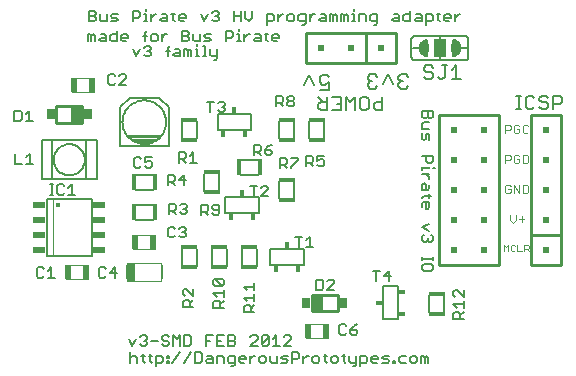
<source format=gto>
G75*
G70*
%OFA0B0*%
%FSLAX24Y24*%
%IPPOS*%
%LPD*%
%AMOC8*
5,1,8,0,0,1.08239X$1,22.5*
%
%ADD10C,0.0030*%
%ADD11C,0.0040*%
%ADD12C,0.0050*%
%ADD13C,0.0080*%
%ADD14C,0.0060*%
%ADD15R,0.0560X0.0140*%
%ADD16R,0.0140X0.0560*%
%ADD17R,0.0433X0.0193*%
%ADD18C,0.0070*%
%ADD19C,0.0020*%
%ADD20C,0.0177*%
%ADD21R,0.0079X0.0472*%
%ADD22R,0.0256X0.0591*%
%ADD23R,0.0197X0.0512*%
%ADD24C,0.0100*%
%ADD25R,0.0200X0.0200*%
%ADD26R,0.0295X0.0335*%
%ADD27R,0.0354X0.0531*%
%ADD28R,0.0400X0.0600*%
%ADD29R,0.0230X0.0180*%
%ADD30R,0.0180X0.0230*%
D10*
X021379Y007472D02*
X021379Y007692D01*
X021452Y007618D01*
X021526Y007692D01*
X021526Y007472D01*
X021609Y007508D02*
X021646Y007472D01*
X021719Y007472D01*
X021756Y007508D01*
X021839Y007472D02*
X021986Y007472D01*
X022070Y007472D02*
X022070Y007692D01*
X022180Y007692D01*
X022216Y007655D01*
X022216Y007582D01*
X022180Y007545D01*
X022070Y007545D01*
X022143Y007545D02*
X022216Y007472D01*
X021839Y007472D02*
X021839Y007692D01*
X021756Y007655D02*
X021719Y007692D01*
X021646Y007692D01*
X021609Y007655D01*
X021609Y007508D01*
D11*
X021684Y008407D02*
X021777Y008500D01*
X021777Y008687D01*
X021885Y008547D02*
X022072Y008547D01*
X021979Y008640D02*
X021979Y008453D01*
X021684Y008407D02*
X021591Y008500D01*
X021591Y008687D01*
X021561Y009407D02*
X021608Y009453D01*
X021608Y009547D01*
X021514Y009547D01*
X021421Y009640D02*
X021421Y009453D01*
X021468Y009407D01*
X021561Y009407D01*
X021716Y009407D02*
X021716Y009687D01*
X021902Y009407D01*
X021902Y009687D01*
X022010Y009687D02*
X022150Y009687D01*
X022197Y009640D01*
X022197Y009453D01*
X022150Y009407D01*
X022010Y009407D01*
X022010Y009687D01*
X021608Y009640D02*
X021561Y009687D01*
X021468Y009687D01*
X021421Y009640D01*
X021421Y010407D02*
X021421Y010687D01*
X021561Y010687D01*
X021608Y010640D01*
X021608Y010547D01*
X021561Y010500D01*
X021421Y010500D01*
X021716Y010453D02*
X021716Y010640D01*
X021762Y010687D01*
X021856Y010687D01*
X021902Y010640D01*
X021902Y010547D02*
X021809Y010547D01*
X021902Y010547D02*
X021902Y010453D01*
X021856Y010407D01*
X021762Y010407D01*
X021716Y010453D01*
X022010Y010407D02*
X022010Y010687D01*
X022150Y010687D01*
X022197Y010640D01*
X022197Y010453D01*
X022150Y010407D01*
X022010Y010407D01*
X022057Y011407D02*
X022150Y011407D01*
X022197Y011453D01*
X022057Y011407D02*
X022010Y011453D01*
X022010Y011640D01*
X022057Y011687D01*
X022150Y011687D01*
X022197Y011640D01*
X021902Y011640D02*
X021856Y011687D01*
X021762Y011687D01*
X021716Y011640D01*
X021716Y011453D01*
X021762Y011407D01*
X021856Y011407D01*
X021902Y011453D01*
X021902Y011547D01*
X021809Y011547D01*
X021608Y011547D02*
X021608Y011640D01*
X021561Y011687D01*
X021421Y011687D01*
X021421Y011407D01*
X021421Y011500D02*
X021561Y011500D01*
X021608Y011547D01*
X015528Y005051D02*
X014800Y005051D01*
X014800Y004578D02*
X015528Y004578D01*
X009971Y006474D02*
X008830Y006474D01*
X008830Y007064D01*
X009971Y007064D01*
X009971Y006474D01*
X009765Y007533D02*
X009036Y007533D01*
X009036Y008005D02*
X009765Y008005D01*
X007515Y007005D02*
X006786Y007005D01*
X006786Y006533D02*
X007515Y006533D01*
X007711Y012783D02*
X006983Y012783D01*
X006983Y013255D02*
X007711Y013255D01*
D12*
X008928Y004101D02*
X008928Y003751D01*
X008928Y003926D02*
X008986Y003984D01*
X009103Y003984D01*
X009161Y003926D01*
X009161Y003751D01*
X009354Y003809D02*
X009354Y004042D01*
X009296Y003984D02*
X009413Y003984D01*
X009541Y003984D02*
X009658Y003984D01*
X009600Y004042D02*
X009600Y003809D01*
X009658Y003751D01*
X009787Y003751D02*
X009962Y003751D01*
X010021Y003809D01*
X010021Y003926D01*
X009962Y003984D01*
X009787Y003984D01*
X009787Y003634D01*
X010155Y003751D02*
X010155Y003809D01*
X010214Y003809D01*
X010214Y003751D01*
X010155Y003751D01*
X010155Y003926D02*
X010155Y003984D01*
X010214Y003984D01*
X010214Y003926D01*
X010155Y003926D01*
X010339Y003751D02*
X010573Y004101D01*
X010594Y004313D02*
X010594Y004663D01*
X010478Y004546D01*
X010361Y004663D01*
X010361Y004313D01*
X010226Y004371D02*
X010226Y004430D01*
X010168Y004488D01*
X010051Y004488D01*
X009993Y004546D01*
X009993Y004605D01*
X010051Y004663D01*
X010168Y004663D01*
X010226Y004605D01*
X009858Y004488D02*
X009624Y004488D01*
X009489Y004430D02*
X009489Y004371D01*
X009431Y004313D01*
X009314Y004313D01*
X009256Y004371D01*
X009373Y004488D02*
X009431Y004488D01*
X009489Y004430D01*
X009431Y004488D02*
X009489Y004546D01*
X009489Y004605D01*
X009431Y004663D01*
X009314Y004663D01*
X009256Y004605D01*
X009121Y004546D02*
X009004Y004313D01*
X008888Y004546D01*
X009354Y003809D02*
X009413Y003751D01*
X009993Y004371D02*
X010051Y004313D01*
X010168Y004313D01*
X010226Y004371D01*
X010729Y004313D02*
X010729Y004663D01*
X010904Y004663D01*
X010963Y004605D01*
X010963Y004371D01*
X010904Y004313D01*
X010729Y004313D01*
X010941Y004101D02*
X010708Y003751D01*
X011076Y003751D02*
X011251Y003751D01*
X011310Y003809D01*
X011310Y004042D01*
X011251Y004101D01*
X011076Y004101D01*
X011076Y003751D01*
X011444Y003809D02*
X011503Y003867D01*
X011678Y003867D01*
X011678Y003926D02*
X011678Y003751D01*
X011503Y003751D01*
X011444Y003809D01*
X011503Y003984D02*
X011619Y003984D01*
X011678Y003926D01*
X011813Y003984D02*
X011988Y003984D01*
X012046Y003926D01*
X012046Y003751D01*
X012181Y003809D02*
X012239Y003751D01*
X012414Y003751D01*
X012414Y003692D02*
X012414Y003984D01*
X012239Y003984D01*
X012181Y003926D01*
X012181Y003809D01*
X012298Y003634D02*
X012356Y003634D01*
X012414Y003692D01*
X012549Y003809D02*
X012549Y003926D01*
X012608Y003984D01*
X012724Y003984D01*
X012783Y003926D01*
X012783Y003867D01*
X012549Y003867D01*
X012549Y003809D02*
X012608Y003751D01*
X012724Y003751D01*
X012918Y003751D02*
X012918Y003984D01*
X013034Y003984D02*
X012918Y003867D01*
X013034Y003984D02*
X013093Y003984D01*
X013224Y003926D02*
X013224Y003809D01*
X013283Y003751D01*
X013400Y003751D01*
X013458Y003809D01*
X013458Y003926D01*
X013400Y003984D01*
X013283Y003984D01*
X013224Y003926D01*
X013593Y003984D02*
X013593Y003809D01*
X013651Y003751D01*
X013826Y003751D01*
X013826Y003984D01*
X013961Y003926D02*
X014019Y003984D01*
X014195Y003984D01*
X014136Y003867D02*
X014019Y003867D01*
X013961Y003926D01*
X013961Y003751D02*
X014136Y003751D01*
X014195Y003809D01*
X014136Y003867D01*
X014329Y003867D02*
X014505Y003867D01*
X014563Y003926D01*
X014563Y004042D01*
X014505Y004101D01*
X014329Y004101D01*
X014329Y003751D01*
X014698Y003751D02*
X014698Y003984D01*
X014814Y003984D02*
X014873Y003984D01*
X014814Y003984D02*
X014698Y003867D01*
X015005Y003926D02*
X015005Y003809D01*
X015063Y003751D01*
X015180Y003751D01*
X015238Y003809D01*
X015238Y003926D01*
X015180Y003984D01*
X015063Y003984D01*
X015005Y003926D01*
X015373Y003984D02*
X015490Y003984D01*
X015431Y004042D02*
X015431Y003809D01*
X015490Y003751D01*
X015618Y003809D02*
X015677Y003751D01*
X015794Y003751D01*
X015852Y003809D01*
X015852Y003926D01*
X015794Y003984D01*
X015677Y003984D01*
X015618Y003926D01*
X015618Y003809D01*
X015987Y003984D02*
X016103Y003984D01*
X016045Y004042D02*
X016045Y003809D01*
X016103Y003751D01*
X016232Y003809D02*
X016291Y003751D01*
X016466Y003751D01*
X016466Y003692D02*
X016407Y003634D01*
X016349Y003634D01*
X016466Y003692D02*
X016466Y003984D01*
X016601Y003984D02*
X016776Y003984D01*
X016834Y003926D01*
X016834Y003809D01*
X016776Y003751D01*
X016601Y003751D01*
X016601Y003634D02*
X016601Y003984D01*
X016969Y003926D02*
X016969Y003809D01*
X017027Y003751D01*
X017144Y003751D01*
X017202Y003867D02*
X016969Y003867D01*
X016969Y003926D02*
X017027Y003984D01*
X017144Y003984D01*
X017202Y003926D01*
X017202Y003867D01*
X017337Y003926D02*
X017396Y003984D01*
X017571Y003984D01*
X017512Y003867D02*
X017396Y003867D01*
X017337Y003926D01*
X017337Y003751D02*
X017512Y003751D01*
X017571Y003809D01*
X017512Y003867D01*
X017705Y003809D02*
X017764Y003809D01*
X017764Y003751D01*
X017705Y003751D01*
X017705Y003809D01*
X017890Y003809D02*
X017890Y003926D01*
X017948Y003984D01*
X018123Y003984D01*
X018258Y003926D02*
X018258Y003809D01*
X018316Y003751D01*
X018433Y003751D01*
X018491Y003809D01*
X018491Y003926D01*
X018433Y003984D01*
X018316Y003984D01*
X018258Y003926D01*
X018123Y003751D02*
X017948Y003751D01*
X017890Y003809D01*
X018626Y003751D02*
X018626Y003984D01*
X018685Y003984D01*
X018743Y003926D01*
X018801Y003984D01*
X018860Y003926D01*
X018860Y003751D01*
X018743Y003751D02*
X018743Y003926D01*
X017862Y005196D02*
X017342Y005196D01*
X017342Y006316D01*
X017862Y006316D01*
X017862Y005196D01*
X016503Y005034D02*
X016386Y004975D01*
X016270Y004859D01*
X016445Y004859D01*
X016503Y004800D01*
X016503Y004742D01*
X016445Y004684D01*
X016328Y004684D01*
X016270Y004742D01*
X016270Y004859D01*
X016135Y004975D02*
X016077Y005034D01*
X015960Y005034D01*
X015901Y004975D01*
X015901Y004742D01*
X015960Y004684D01*
X016077Y004684D01*
X016135Y004742D01*
X016232Y003984D02*
X016232Y003809D01*
X014277Y004313D02*
X014044Y004313D01*
X014277Y004546D01*
X014277Y004605D01*
X014219Y004663D01*
X014102Y004663D01*
X014044Y004605D01*
X013792Y004663D02*
X013676Y004546D01*
X013541Y004605D02*
X013307Y004371D01*
X013366Y004313D01*
X013482Y004313D01*
X013541Y004371D01*
X013541Y004605D01*
X013482Y004663D01*
X013366Y004663D01*
X013307Y004605D01*
X013307Y004371D01*
X013173Y004313D02*
X012939Y004313D01*
X013173Y004546D01*
X013173Y004605D01*
X013114Y004663D01*
X012997Y004663D01*
X012939Y004605D01*
X012436Y004605D02*
X012436Y004546D01*
X012378Y004488D01*
X012202Y004488D01*
X012202Y004313D02*
X012378Y004313D01*
X012436Y004371D01*
X012436Y004430D01*
X012378Y004488D01*
X012436Y004605D02*
X012378Y004663D01*
X012202Y004663D01*
X012202Y004313D01*
X012068Y004313D02*
X011834Y004313D01*
X011834Y004663D01*
X012068Y004663D01*
X011951Y004488D02*
X011834Y004488D01*
X011699Y004663D02*
X011466Y004663D01*
X011466Y004313D01*
X011466Y004488D02*
X011583Y004488D01*
X011813Y003984D02*
X011813Y003751D01*
X013676Y004313D02*
X013909Y004313D01*
X013792Y004313D02*
X013792Y004663D01*
X013069Y005430D02*
X012719Y005430D01*
X012719Y005605D01*
X012777Y005664D01*
X012894Y005664D01*
X012953Y005605D01*
X012953Y005430D01*
X012953Y005547D02*
X013069Y005664D01*
X013069Y005799D02*
X013069Y006032D01*
X013069Y005915D02*
X012719Y005915D01*
X012836Y005799D01*
X012836Y006167D02*
X012719Y006284D01*
X013069Y006284D01*
X013069Y006400D02*
X013069Y006167D01*
X013590Y007009D02*
X013590Y007529D01*
X014710Y007529D01*
X014710Y007009D01*
X013590Y007009D01*
X014542Y007607D02*
X014542Y007957D01*
X014425Y007957D02*
X014659Y007957D01*
X014794Y007840D02*
X014911Y007957D01*
X014911Y007607D01*
X015027Y007607D02*
X014794Y007607D01*
X015134Y006523D02*
X015309Y006523D01*
X015367Y006465D01*
X015367Y006231D01*
X015309Y006173D01*
X015134Y006173D01*
X015134Y006523D01*
X015502Y006465D02*
X015561Y006523D01*
X015677Y006523D01*
X015736Y006465D01*
X015736Y006406D01*
X015502Y006173D01*
X015736Y006173D01*
X017016Y006815D02*
X017250Y006815D01*
X017133Y006815D02*
X017133Y006464D01*
X017384Y006640D02*
X017618Y006640D01*
X017559Y006815D02*
X017559Y006464D01*
X017384Y006640D02*
X017559Y006815D01*
X018667Y006862D02*
X018725Y006803D01*
X018959Y006803D01*
X019017Y006862D01*
X019017Y006978D01*
X018959Y007037D01*
X018725Y007037D01*
X018667Y006978D01*
X018667Y006862D01*
X018667Y007165D02*
X018667Y007282D01*
X018667Y007224D02*
X019017Y007224D01*
X019017Y007282D02*
X019017Y007165D01*
X018959Y007785D02*
X018900Y007785D01*
X018842Y007844D01*
X018784Y007785D01*
X018725Y007785D01*
X018667Y007844D01*
X018667Y007960D01*
X018725Y008019D01*
X018842Y007902D02*
X018842Y007844D01*
X018959Y007785D02*
X019017Y007844D01*
X019017Y007960D01*
X018959Y008019D01*
X018900Y008154D02*
X018667Y008270D01*
X018900Y008387D01*
X018842Y008890D02*
X018784Y008890D01*
X018784Y009124D01*
X018842Y009124D02*
X018900Y009065D01*
X018900Y008949D01*
X018842Y008890D01*
X018667Y008949D02*
X018667Y009065D01*
X018725Y009124D01*
X018842Y009124D01*
X018900Y009252D02*
X018900Y009369D01*
X018959Y009311D02*
X018725Y009311D01*
X018667Y009252D01*
X018667Y009504D02*
X018667Y009679D01*
X018725Y009738D01*
X018784Y009679D01*
X018784Y009504D01*
X018842Y009504D02*
X018667Y009504D01*
X018842Y009504D02*
X018900Y009562D01*
X018900Y009679D01*
X018900Y009869D02*
X018900Y009928D01*
X018784Y010044D01*
X018900Y010044D02*
X018667Y010044D01*
X018667Y010173D02*
X018667Y010290D01*
X018667Y010232D02*
X018900Y010232D01*
X018900Y010290D01*
X019017Y010232D02*
X019076Y010232D01*
X018959Y010425D02*
X018842Y010425D01*
X018784Y010483D01*
X018784Y010658D01*
X018667Y010658D02*
X019017Y010658D01*
X019017Y010483D01*
X018959Y010425D01*
X018900Y011161D02*
X018900Y011336D01*
X018842Y011395D01*
X018784Y011336D01*
X018784Y011220D01*
X018725Y011161D01*
X018667Y011220D01*
X018667Y011395D01*
X018667Y011530D02*
X018900Y011530D01*
X018667Y011530D02*
X018667Y011705D01*
X018725Y011763D01*
X018900Y011763D01*
X018900Y011898D02*
X018842Y011956D01*
X018842Y012131D01*
X018842Y011956D02*
X018784Y011898D01*
X018725Y011898D01*
X018667Y011956D01*
X018667Y012131D01*
X019017Y012131D01*
X019017Y011956D01*
X018959Y011898D01*
X018900Y011898D01*
X018949Y013217D02*
X018799Y013217D01*
X018724Y013292D01*
X018799Y013442D02*
X018949Y013442D01*
X019024Y013367D01*
X019024Y013292D01*
X018949Y013217D01*
X019185Y013292D02*
X019260Y013217D01*
X019335Y013217D01*
X019410Y013292D01*
X019410Y013668D01*
X019335Y013668D02*
X019485Y013668D01*
X019645Y013518D02*
X019795Y013668D01*
X019795Y013217D01*
X019645Y013217D02*
X019945Y013217D01*
X019024Y013593D02*
X018949Y013668D01*
X018799Y013668D01*
X018724Y013593D01*
X018724Y013518D01*
X018799Y013442D01*
X018831Y014516D02*
X018854Y014243D01*
X018854Y014243D01*
X018831Y013970D01*
X018830Y013969D01*
X018798Y013974D01*
X018766Y013983D01*
X018736Y013995D01*
X018708Y014011D01*
X018681Y014030D01*
X018657Y014052D01*
X018636Y014076D01*
X018618Y014103D01*
X018603Y014132D01*
X018592Y014163D01*
X018584Y014194D01*
X018580Y014227D01*
X018580Y014259D01*
X018584Y014292D01*
X018592Y014323D01*
X018603Y014354D01*
X018618Y014383D01*
X018636Y014410D01*
X018657Y014434D01*
X018681Y014456D01*
X018708Y014475D01*
X018736Y014491D01*
X018766Y014503D01*
X018798Y014512D01*
X018830Y014517D01*
X018830Y014470D01*
X018802Y014465D01*
X018774Y014456D01*
X018748Y014444D01*
X018723Y014429D01*
X018700Y014411D01*
X018680Y014390D01*
X018663Y014366D01*
X018649Y014341D01*
X018638Y014314D01*
X018631Y014286D01*
X018627Y014257D01*
X018627Y014229D01*
X018631Y014200D01*
X018638Y014172D01*
X018649Y014145D01*
X018663Y014120D01*
X018680Y014096D01*
X018700Y014075D01*
X018723Y014057D01*
X018748Y014042D01*
X018774Y014030D01*
X018802Y014021D01*
X018830Y014016D01*
X018830Y014064D01*
X018805Y014069D01*
X018780Y014078D01*
X018758Y014090D01*
X018737Y014106D01*
X018718Y014124D01*
X018703Y014145D01*
X018690Y014168D01*
X018681Y014192D01*
X018676Y014217D01*
X018674Y014243D01*
X018676Y014269D01*
X018681Y014294D01*
X018690Y014318D01*
X018703Y014341D01*
X018718Y014362D01*
X018737Y014380D01*
X018758Y014396D01*
X018780Y014408D01*
X018805Y014417D01*
X018830Y014422D01*
X018830Y014375D01*
X018809Y014369D01*
X018789Y014360D01*
X018771Y014348D01*
X018755Y014333D01*
X018742Y014315D01*
X018732Y014296D01*
X018725Y014275D01*
X018721Y014254D01*
X018721Y014232D01*
X018725Y014211D01*
X018732Y014190D01*
X018742Y014171D01*
X018755Y014153D01*
X018771Y014138D01*
X018789Y014126D01*
X018809Y014117D01*
X018830Y014111D01*
X018830Y014160D01*
X018814Y014166D01*
X018800Y014175D01*
X018788Y014188D01*
X018778Y014202D01*
X018772Y014218D01*
X018768Y014234D01*
X018768Y014252D01*
X018772Y014268D01*
X018778Y014284D01*
X018788Y014298D01*
X018800Y014311D01*
X018814Y014320D01*
X018830Y014326D01*
X018832Y014275D01*
X018824Y014268D01*
X018818Y014259D01*
X018815Y014248D01*
X018815Y014238D01*
X018818Y014227D01*
X018824Y014218D01*
X018832Y014211D01*
X019679Y013970D02*
X019656Y014243D01*
X019656Y014243D01*
X019679Y014516D01*
X019680Y014517D01*
X019712Y014512D01*
X019744Y014503D01*
X019774Y014491D01*
X019802Y014475D01*
X019829Y014456D01*
X019853Y014434D01*
X019874Y014410D01*
X019892Y014383D01*
X019907Y014354D01*
X019918Y014323D01*
X019926Y014292D01*
X019930Y014259D01*
X019930Y014227D01*
X019926Y014194D01*
X019918Y014163D01*
X019907Y014132D01*
X019892Y014103D01*
X019874Y014076D01*
X019853Y014052D01*
X019829Y014030D01*
X019802Y014011D01*
X019774Y013995D01*
X019744Y013983D01*
X019712Y013974D01*
X019680Y013969D01*
X019680Y014016D01*
X019708Y014021D01*
X019736Y014030D01*
X019762Y014042D01*
X019787Y014057D01*
X019810Y014075D01*
X019830Y014096D01*
X019847Y014120D01*
X019861Y014145D01*
X019872Y014172D01*
X019879Y014200D01*
X019883Y014229D01*
X019883Y014257D01*
X019879Y014286D01*
X019872Y014314D01*
X019861Y014341D01*
X019847Y014366D01*
X019830Y014390D01*
X019810Y014411D01*
X019787Y014429D01*
X019762Y014444D01*
X019736Y014456D01*
X019708Y014465D01*
X019680Y014470D01*
X019680Y014422D01*
X019705Y014417D01*
X019730Y014408D01*
X019752Y014396D01*
X019773Y014380D01*
X019792Y014362D01*
X019807Y014341D01*
X019820Y014318D01*
X019829Y014294D01*
X019834Y014269D01*
X019836Y014243D01*
X019834Y014217D01*
X019829Y014192D01*
X019820Y014168D01*
X019807Y014145D01*
X019792Y014124D01*
X019773Y014106D01*
X019752Y014090D01*
X019730Y014078D01*
X019705Y014069D01*
X019680Y014064D01*
X019680Y014111D01*
X019701Y014117D01*
X019721Y014126D01*
X019739Y014138D01*
X019755Y014153D01*
X019768Y014171D01*
X019778Y014190D01*
X019785Y014211D01*
X019789Y014232D01*
X019789Y014254D01*
X019785Y014275D01*
X019778Y014296D01*
X019768Y014315D01*
X019755Y014333D01*
X019739Y014348D01*
X019721Y014360D01*
X019701Y014369D01*
X019680Y014375D01*
X019680Y014326D01*
X019696Y014320D01*
X019710Y014311D01*
X019722Y014298D01*
X019732Y014284D01*
X019738Y014268D01*
X019742Y014252D01*
X019742Y014234D01*
X019738Y014218D01*
X019732Y014202D01*
X019722Y014188D01*
X019710Y014175D01*
X019696Y014166D01*
X019680Y014160D01*
X019678Y014211D01*
X019686Y014218D01*
X019692Y014227D01*
X019695Y014238D01*
X019695Y014248D01*
X019692Y014259D01*
X019686Y014268D01*
X019678Y014275D01*
X018775Y015012D02*
X018775Y015362D01*
X018950Y015362D01*
X019008Y015304D01*
X019008Y015187D01*
X018950Y015129D01*
X018775Y015129D01*
X018640Y015129D02*
X018640Y015304D01*
X018582Y015362D01*
X018465Y015362D01*
X018465Y015246D02*
X018406Y015187D01*
X018465Y015129D01*
X018640Y015129D01*
X018640Y015246D02*
X018465Y015246D01*
X018272Y015362D02*
X018096Y015362D01*
X018038Y015304D01*
X018038Y015187D01*
X018096Y015129D01*
X018272Y015129D01*
X018272Y015479D01*
X017903Y015304D02*
X017903Y015129D01*
X017728Y015129D01*
X017670Y015187D01*
X017728Y015246D01*
X017903Y015246D01*
X017903Y015304D02*
X017845Y015362D01*
X017728Y015362D01*
X017167Y015362D02*
X017167Y015071D01*
X017108Y015012D01*
X017050Y015012D01*
X016992Y015129D02*
X017167Y015129D01*
X016992Y015129D02*
X016933Y015187D01*
X016933Y015304D01*
X016992Y015362D01*
X017167Y015362D01*
X016798Y015304D02*
X016798Y015129D01*
X016798Y015304D02*
X016740Y015362D01*
X016565Y015362D01*
X016565Y015129D01*
X016436Y015129D02*
X016319Y015129D01*
X016378Y015129D02*
X016378Y015362D01*
X016319Y015362D01*
X016378Y015479D02*
X016378Y015538D01*
X016185Y015304D02*
X016185Y015129D01*
X016068Y015129D02*
X016068Y015304D01*
X016126Y015362D01*
X016185Y015304D01*
X016068Y015304D02*
X016009Y015362D01*
X015951Y015362D01*
X015951Y015129D01*
X015816Y015129D02*
X015816Y015304D01*
X015758Y015362D01*
X015700Y015304D01*
X015700Y015129D01*
X015583Y015129D02*
X015583Y015362D01*
X015641Y015362D01*
X015700Y015304D01*
X015448Y015304D02*
X015448Y015129D01*
X015273Y015129D01*
X015214Y015187D01*
X015273Y015246D01*
X015448Y015246D01*
X015448Y015304D02*
X015390Y015362D01*
X015273Y015362D01*
X015083Y015362D02*
X015024Y015362D01*
X014908Y015246D01*
X014908Y015362D02*
X014908Y015129D01*
X014773Y015129D02*
X014598Y015129D01*
X014539Y015187D01*
X014539Y015304D01*
X014598Y015362D01*
X014773Y015362D01*
X014773Y015071D01*
X014714Y015012D01*
X014656Y015012D01*
X014404Y015187D02*
X014404Y015304D01*
X014346Y015362D01*
X014229Y015362D01*
X014171Y015304D01*
X014171Y015187D01*
X014229Y015129D01*
X014346Y015129D01*
X014404Y015187D01*
X014039Y015362D02*
X013981Y015362D01*
X013864Y015246D01*
X013864Y015362D02*
X013864Y015129D01*
X013729Y015187D02*
X013729Y015304D01*
X013671Y015362D01*
X013496Y015362D01*
X013496Y015012D01*
X013496Y015129D02*
X013671Y015129D01*
X013729Y015187D01*
X013716Y014699D02*
X013833Y014699D01*
X013891Y014640D01*
X013891Y014582D01*
X013658Y014582D01*
X013658Y014524D02*
X013658Y014640D01*
X013716Y014699D01*
X013658Y014524D02*
X013716Y014465D01*
X013833Y014465D01*
X013529Y014465D02*
X013471Y014524D01*
X013471Y014757D01*
X013412Y014699D02*
X013529Y014699D01*
X013277Y014640D02*
X013277Y014465D01*
X013102Y014465D01*
X013044Y014524D01*
X013102Y014582D01*
X013277Y014582D01*
X013277Y014640D02*
X013219Y014699D01*
X013102Y014699D01*
X012912Y014699D02*
X012854Y014699D01*
X012737Y014582D01*
X012737Y014465D02*
X012737Y014699D01*
X012550Y014699D02*
X012550Y014465D01*
X012608Y014465D02*
X012491Y014465D01*
X012357Y014640D02*
X012298Y014582D01*
X012123Y014582D01*
X012123Y014465D02*
X012123Y014815D01*
X012298Y014815D01*
X012357Y014757D01*
X012357Y014640D01*
X012491Y014699D02*
X012550Y014699D01*
X012550Y014815D02*
X012550Y014874D01*
X012624Y015129D02*
X012624Y015479D01*
X012759Y015479D02*
X012759Y015246D01*
X012876Y015129D01*
X012993Y015246D01*
X012993Y015479D01*
X012624Y015304D02*
X012391Y015304D01*
X012391Y015129D02*
X012391Y015479D01*
X011888Y015421D02*
X011888Y015362D01*
X011829Y015304D01*
X011888Y015246D01*
X011888Y015187D01*
X011829Y015129D01*
X011713Y015129D01*
X011654Y015187D01*
X011771Y015304D02*
X011829Y015304D01*
X011888Y015421D02*
X011829Y015479D01*
X011713Y015479D01*
X011654Y015421D01*
X011519Y015362D02*
X011403Y015129D01*
X011286Y015362D01*
X010783Y015304D02*
X010783Y015246D01*
X010549Y015246D01*
X010549Y015304D02*
X010549Y015187D01*
X010608Y015129D01*
X010724Y015129D01*
X010783Y015304D02*
X010724Y015362D01*
X010608Y015362D01*
X010549Y015304D01*
X010421Y015362D02*
X010304Y015362D01*
X010362Y015421D02*
X010362Y015187D01*
X010421Y015129D01*
X010169Y015129D02*
X010169Y015304D01*
X010111Y015362D01*
X009994Y015362D01*
X009994Y015246D02*
X010169Y015246D01*
X010169Y015129D02*
X009994Y015129D01*
X009936Y015187D01*
X009994Y015246D01*
X009804Y015362D02*
X009745Y015362D01*
X009629Y015246D01*
X009629Y015362D02*
X009629Y015129D01*
X009500Y015129D02*
X009383Y015129D01*
X009441Y015129D02*
X009441Y015362D01*
X009383Y015362D01*
X009441Y015479D02*
X009441Y015538D01*
X009248Y015421D02*
X009248Y015304D01*
X009190Y015246D01*
X009015Y015246D01*
X009015Y015129D02*
X009015Y015479D01*
X009190Y015479D01*
X009248Y015421D01*
X009478Y014815D02*
X009419Y014757D01*
X009419Y014465D01*
X009446Y014315D02*
X009563Y014315D01*
X009621Y014257D01*
X009621Y014199D01*
X009563Y014140D01*
X009621Y014082D01*
X009621Y014024D01*
X009563Y013965D01*
X009446Y013965D01*
X009388Y014024D01*
X009504Y014140D02*
X009563Y014140D01*
X009388Y014257D02*
X009446Y014315D01*
X009253Y014199D02*
X009136Y013965D01*
X009019Y014199D01*
X008799Y014465D02*
X008683Y014465D01*
X008624Y014524D01*
X008624Y014640D01*
X008683Y014699D01*
X008799Y014699D01*
X008858Y014640D01*
X008858Y014582D01*
X008624Y014582D01*
X008489Y014699D02*
X008314Y014699D01*
X008256Y014640D01*
X008256Y014524D01*
X008314Y014465D01*
X008489Y014465D01*
X008489Y014815D01*
X008453Y015129D02*
X008278Y015129D01*
X008337Y015246D02*
X008278Y015304D01*
X008337Y015362D01*
X008512Y015362D01*
X008453Y015246D02*
X008337Y015246D01*
X008453Y015246D02*
X008512Y015187D01*
X008453Y015129D01*
X008143Y015129D02*
X008143Y015362D01*
X007910Y015362D02*
X007910Y015187D01*
X007968Y015129D01*
X008143Y015129D01*
X007775Y015187D02*
X007717Y015129D01*
X007542Y015129D01*
X007542Y015479D01*
X007717Y015479D01*
X007775Y015421D01*
X007775Y015362D01*
X007717Y015304D01*
X007542Y015304D01*
X007717Y015304D02*
X007775Y015246D01*
X007775Y015187D01*
X007694Y014699D02*
X007753Y014640D01*
X007753Y014465D01*
X007636Y014465D02*
X007636Y014640D01*
X007694Y014699D01*
X007636Y014640D02*
X007578Y014699D01*
X007519Y014699D01*
X007519Y014465D01*
X007888Y014524D02*
X007946Y014582D01*
X008121Y014582D01*
X008121Y014640D02*
X008121Y014465D01*
X007946Y014465D01*
X007888Y014524D01*
X007946Y014699D02*
X008063Y014699D01*
X008121Y014640D01*
X009361Y014640D02*
X009478Y014640D01*
X009606Y014640D02*
X009606Y014524D01*
X009665Y014465D01*
X009782Y014465D01*
X009840Y014524D01*
X009840Y014640D01*
X009782Y014699D01*
X009665Y014699D01*
X009606Y014640D01*
X009975Y014582D02*
X010091Y014699D01*
X010150Y014699D01*
X009975Y014699D02*
X009975Y014465D01*
X010183Y014257D02*
X010241Y014315D01*
X010183Y014257D02*
X010183Y013965D01*
X010124Y014140D02*
X010241Y014140D01*
X010370Y014024D02*
X010428Y014082D01*
X010603Y014082D01*
X010603Y014140D02*
X010603Y013965D01*
X010428Y013965D01*
X010370Y014024D01*
X010428Y014199D02*
X010545Y014199D01*
X010603Y014140D01*
X010738Y014199D02*
X010796Y014199D01*
X010855Y014140D01*
X010913Y014199D01*
X010972Y014140D01*
X010972Y013965D01*
X010855Y013965D02*
X010855Y014140D01*
X010738Y014199D02*
X010738Y013965D01*
X011106Y013965D02*
X011223Y013965D01*
X011165Y013965D02*
X011165Y014199D01*
X011106Y014199D01*
X011165Y014315D02*
X011165Y014374D01*
X011252Y014465D02*
X011077Y014465D01*
X011018Y014524D01*
X011018Y014699D01*
X010883Y014699D02*
X010825Y014640D01*
X010650Y014640D01*
X010650Y014465D02*
X010825Y014465D01*
X010883Y014524D01*
X010883Y014582D01*
X010825Y014640D01*
X010883Y014699D02*
X010883Y014757D01*
X010825Y014815D01*
X010650Y014815D01*
X010650Y014465D01*
X011252Y014465D02*
X011252Y014699D01*
X011387Y014640D02*
X011445Y014582D01*
X011562Y014582D01*
X011620Y014524D01*
X011562Y014465D01*
X011387Y014465D01*
X011410Y014315D02*
X011352Y014315D01*
X011410Y014315D02*
X011410Y013965D01*
X011352Y013965D02*
X011469Y013965D01*
X011597Y014024D02*
X011656Y013965D01*
X011831Y013965D01*
X011831Y013907D02*
X011773Y013848D01*
X011714Y013848D01*
X011831Y013907D02*
X011831Y014199D01*
X011597Y014199D02*
X011597Y014024D01*
X011387Y014640D02*
X011445Y014699D01*
X011620Y014699D01*
X008803Y013317D02*
X008745Y013376D01*
X008628Y013376D01*
X008570Y013317D01*
X008435Y013317D02*
X008376Y013376D01*
X008260Y013376D01*
X008201Y013317D01*
X008201Y013084D01*
X008260Y013025D01*
X008376Y013025D01*
X008435Y013084D01*
X008570Y013025D02*
X008803Y013259D01*
X008803Y013317D01*
X008803Y013025D02*
X008570Y013025D01*
X011488Y012457D02*
X011721Y012457D01*
X011605Y012457D02*
X011605Y012107D01*
X011840Y012029D02*
X012960Y012029D01*
X012960Y011509D01*
X011840Y011509D01*
X011840Y012029D01*
X011915Y012107D02*
X011856Y012165D01*
X011915Y012107D02*
X012031Y012107D01*
X012090Y012165D01*
X012090Y012223D01*
X012031Y012282D01*
X011973Y012282D01*
X012031Y012282D02*
X012090Y012340D01*
X012090Y012398D01*
X012031Y012457D01*
X011915Y012457D01*
X011856Y012398D01*
X013800Y012411D02*
X013976Y012411D01*
X014034Y012469D01*
X014034Y012586D01*
X013976Y012644D01*
X013800Y012644D01*
X013800Y012294D01*
X013917Y012411D02*
X014034Y012294D01*
X014169Y012352D02*
X014169Y012411D01*
X014227Y012469D01*
X014344Y012469D01*
X014402Y012411D01*
X014402Y012352D01*
X014344Y012294D01*
X014227Y012294D01*
X014169Y012352D01*
X014227Y012469D02*
X014169Y012528D01*
X014169Y012586D01*
X014227Y012644D01*
X014344Y012644D01*
X014402Y012586D01*
X014402Y012528D01*
X014344Y012469D01*
X013652Y011019D02*
X013536Y010961D01*
X013419Y010844D01*
X013594Y010844D01*
X013652Y010786D01*
X013652Y010727D01*
X013594Y010669D01*
X013477Y010669D01*
X013419Y010727D01*
X013419Y010844D01*
X013284Y010844D02*
X013226Y010786D01*
X013050Y010786D01*
X013050Y010669D02*
X013050Y011019D01*
X013226Y011019D01*
X013284Y010961D01*
X013284Y010844D01*
X013167Y010786D02*
X013284Y010669D01*
X013925Y010582D02*
X013925Y010232D01*
X013925Y010348D02*
X014101Y010348D01*
X014159Y010407D01*
X014159Y010523D01*
X014101Y010582D01*
X013925Y010582D01*
X014294Y010582D02*
X014527Y010582D01*
X014527Y010523D01*
X014294Y010290D01*
X014294Y010232D01*
X014159Y010232D02*
X014042Y010348D01*
X014800Y010294D02*
X014800Y010644D01*
X014976Y010644D01*
X015034Y010586D01*
X015034Y010469D01*
X014976Y010411D01*
X014800Y010411D01*
X014917Y010411D02*
X015034Y010294D01*
X015169Y010352D02*
X015227Y010294D01*
X015344Y010294D01*
X015402Y010352D01*
X015402Y010469D01*
X015344Y010528D01*
X015286Y010528D01*
X015169Y010469D01*
X015169Y010644D01*
X015402Y010644D01*
X013527Y009586D02*
X013469Y009644D01*
X013352Y009644D01*
X013294Y009586D01*
X013159Y009644D02*
X012925Y009644D01*
X013042Y009644D02*
X013042Y009294D01*
X013210Y009279D02*
X012090Y009279D01*
X012090Y008759D01*
X013210Y008759D01*
X013210Y009279D01*
X013294Y009294D02*
X013527Y009528D01*
X013527Y009586D01*
X013527Y009294D02*
X013294Y009294D01*
X011902Y008961D02*
X011902Y008727D01*
X011844Y008669D01*
X011727Y008669D01*
X011669Y008727D01*
X011727Y008844D02*
X011902Y008844D01*
X011902Y008961D02*
X011844Y009019D01*
X011727Y009019D01*
X011669Y008961D01*
X011669Y008903D01*
X011727Y008844D01*
X011534Y008844D02*
X011476Y008786D01*
X011300Y008786D01*
X011300Y008669D02*
X011300Y009019D01*
X011476Y009019D01*
X011534Y008961D01*
X011534Y008844D01*
X011417Y008786D02*
X011534Y008669D01*
X010817Y008762D02*
X010759Y008704D01*
X010642Y008704D01*
X010584Y008762D01*
X010449Y008704D02*
X010332Y008821D01*
X010391Y008821D02*
X010215Y008821D01*
X010215Y008704D02*
X010215Y009054D01*
X010391Y009054D01*
X010449Y008996D01*
X010449Y008879D01*
X010391Y008821D01*
X010584Y008996D02*
X010642Y009054D01*
X010759Y009054D01*
X010817Y008996D01*
X010817Y008938D01*
X010759Y008879D01*
X010817Y008821D01*
X010817Y008762D01*
X010759Y008879D02*
X010701Y008879D01*
X010725Y008279D02*
X010784Y008220D01*
X010784Y008162D01*
X010725Y008104D01*
X010784Y008045D01*
X010784Y007987D01*
X010725Y007929D01*
X010608Y007929D01*
X010550Y007987D01*
X010415Y007987D02*
X010357Y007929D01*
X010240Y007929D01*
X010182Y007987D01*
X010182Y008220D01*
X010240Y008279D01*
X010357Y008279D01*
X010415Y008220D01*
X010550Y008220D02*
X010608Y008279D01*
X010725Y008279D01*
X010725Y008104D02*
X010667Y008104D01*
X010719Y009664D02*
X010719Y010014D01*
X010544Y009839D01*
X010777Y009839D01*
X010409Y009839D02*
X010409Y009956D01*
X010351Y010014D01*
X010175Y010014D01*
X010175Y009664D01*
X010175Y009781D02*
X010351Y009781D01*
X010409Y009839D01*
X010292Y009781D02*
X010409Y009664D01*
X009657Y010312D02*
X009599Y010254D01*
X009482Y010254D01*
X009424Y010312D01*
X009424Y010429D02*
X009541Y010488D01*
X009599Y010488D01*
X009657Y010429D01*
X009657Y010312D01*
X009424Y010429D02*
X009424Y010604D01*
X009657Y010604D01*
X009289Y010546D02*
X009231Y010604D01*
X009114Y010604D01*
X009055Y010546D01*
X009055Y010312D01*
X009114Y010254D01*
X009231Y010254D01*
X009289Y010312D01*
X010550Y010419D02*
X010550Y010769D01*
X010726Y010769D01*
X010784Y010711D01*
X010784Y010594D01*
X010726Y010536D01*
X010550Y010536D01*
X010667Y010536D02*
X010784Y010419D01*
X010919Y010419D02*
X011152Y010419D01*
X011036Y010419D02*
X011036Y010769D01*
X010919Y010653D01*
X007103Y009344D02*
X006869Y009344D01*
X006986Y009344D02*
X006986Y009694D01*
X006869Y009578D01*
X006734Y009636D02*
X006676Y009694D01*
X006559Y009694D01*
X006501Y009636D01*
X006501Y009402D01*
X006559Y009344D01*
X006676Y009344D01*
X006734Y009402D01*
X006372Y009344D02*
X006255Y009344D01*
X006314Y009344D02*
X006314Y009694D01*
X006372Y009694D02*
X006255Y009694D01*
X005694Y010364D02*
X005461Y010364D01*
X005577Y010364D02*
X005577Y010714D01*
X005461Y010598D01*
X005326Y010364D02*
X005092Y010364D01*
X005092Y010714D01*
X005072Y011808D02*
X005248Y011808D01*
X005306Y011866D01*
X005306Y012100D01*
X005248Y012158D01*
X005072Y012158D01*
X005072Y011808D01*
X005441Y011808D02*
X005674Y011808D01*
X005557Y011808D02*
X005557Y012158D01*
X005441Y012041D01*
X005872Y006932D02*
X005814Y006873D01*
X005814Y006640D01*
X005872Y006582D01*
X005989Y006582D01*
X006047Y006640D01*
X006182Y006582D02*
X006416Y006582D01*
X006299Y006582D02*
X006299Y006932D01*
X006182Y006815D01*
X006047Y006873D02*
X005989Y006932D01*
X005872Y006932D01*
X007876Y006873D02*
X007876Y006640D01*
X007935Y006582D01*
X008051Y006582D01*
X008110Y006640D01*
X008245Y006757D02*
X008478Y006757D01*
X008420Y006582D02*
X008420Y006932D01*
X008245Y006757D01*
X008110Y006873D02*
X008051Y006932D01*
X007935Y006932D01*
X007876Y006873D01*
X010684Y006161D02*
X010684Y006044D01*
X010742Y005985D01*
X010742Y005851D02*
X010859Y005851D01*
X010917Y005792D01*
X010917Y005617D01*
X010917Y005734D02*
X011034Y005851D01*
X011034Y005985D02*
X010800Y006219D01*
X010742Y006219D01*
X010684Y006161D01*
X011034Y006219D02*
X011034Y005985D01*
X010742Y005851D02*
X010684Y005792D01*
X010684Y005617D01*
X011034Y005617D01*
X011697Y005589D02*
X011697Y005764D01*
X011756Y005822D01*
X011873Y005822D01*
X011931Y005764D01*
X011931Y005589D01*
X011931Y005705D02*
X012048Y005822D01*
X012048Y005957D02*
X012048Y006190D01*
X012048Y006074D02*
X011697Y006074D01*
X011814Y005957D01*
X011756Y006325D02*
X011697Y006384D01*
X011697Y006500D01*
X011756Y006559D01*
X011989Y006325D01*
X012048Y006384D01*
X012048Y006500D01*
X011989Y006559D01*
X011756Y006559D01*
X011756Y006325D02*
X011989Y006325D01*
X012048Y005589D02*
X011697Y005589D01*
X019693Y005699D02*
X020043Y005699D01*
X020043Y005815D02*
X020043Y005582D01*
X020043Y005447D02*
X019927Y005330D01*
X019927Y005389D02*
X019927Y005214D01*
X020043Y005214D02*
X019693Y005214D01*
X019693Y005389D01*
X019751Y005447D01*
X019868Y005447D01*
X019927Y005389D01*
X019810Y005582D02*
X019693Y005699D01*
X019751Y005950D02*
X019693Y006009D01*
X019693Y006125D01*
X019751Y006184D01*
X019810Y006184D01*
X020043Y005950D01*
X020043Y006184D01*
X019757Y015129D02*
X019757Y015362D01*
X019757Y015246D02*
X019874Y015362D01*
X019932Y015362D01*
X019622Y015304D02*
X019622Y015246D01*
X019389Y015246D01*
X019389Y015304D02*
X019389Y015187D01*
X019447Y015129D01*
X019564Y015129D01*
X019622Y015304D02*
X019564Y015362D01*
X019447Y015362D01*
X019389Y015304D01*
X019260Y015362D02*
X019143Y015362D01*
X019201Y015421D02*
X019201Y015187D01*
X019260Y015129D01*
D13*
X018112Y013372D02*
X018192Y013292D01*
X018112Y013372D02*
X017952Y013372D01*
X017872Y013292D01*
X017872Y013211D01*
X017952Y013131D01*
X018032Y013131D01*
X017952Y013131D02*
X017872Y013051D01*
X017872Y012971D01*
X017952Y012891D01*
X018112Y012891D01*
X018192Y012971D01*
X017676Y013051D02*
X017516Y013372D01*
X017356Y013051D01*
X017161Y012971D02*
X017081Y012891D01*
X016921Y012891D01*
X016840Y012971D01*
X016840Y013051D01*
X016921Y013131D01*
X016840Y013211D01*
X016840Y013292D01*
X016921Y013372D01*
X017081Y013372D01*
X017161Y013292D01*
X017001Y013131D02*
X016921Y013131D01*
X015570Y013100D02*
X015570Y012859D01*
X015250Y012859D01*
X015330Y013020D02*
X015250Y013100D01*
X015250Y013260D01*
X015330Y013340D01*
X015490Y013340D01*
X015570Y013260D01*
X015570Y013100D02*
X015410Y013020D01*
X015330Y013020D01*
X015055Y013020D02*
X014895Y013340D01*
X014735Y013020D01*
X010208Y012261D02*
X010208Y010962D01*
X008593Y010962D01*
X008593Y012261D01*
X008908Y012576D01*
X009893Y012576D01*
X010208Y012261D01*
X008672Y011769D02*
X008674Y011823D01*
X008680Y011876D01*
X008690Y011929D01*
X008704Y011981D01*
X008721Y012032D01*
X008742Y012081D01*
X008767Y012129D01*
X008796Y012175D01*
X008827Y012218D01*
X008862Y012259D01*
X008900Y012298D01*
X008940Y012333D01*
X008983Y012366D01*
X009028Y012395D01*
X009076Y012421D01*
X009125Y012443D01*
X009175Y012461D01*
X009227Y012476D01*
X009279Y012487D01*
X009333Y012494D01*
X009387Y012497D01*
X009440Y012496D01*
X009494Y012491D01*
X009547Y012482D01*
X009599Y012469D01*
X009650Y012453D01*
X009700Y012432D01*
X009748Y012408D01*
X009795Y012381D01*
X009839Y012350D01*
X009880Y012316D01*
X009920Y012279D01*
X009956Y012239D01*
X009989Y012197D01*
X010019Y012152D01*
X010046Y012105D01*
X010069Y012057D01*
X010088Y012007D01*
X010104Y011955D01*
X010116Y011903D01*
X010124Y011850D01*
X010128Y011796D01*
X010128Y011742D01*
X010124Y011688D01*
X010116Y011635D01*
X010104Y011583D01*
X010088Y011531D01*
X010069Y011481D01*
X010046Y011433D01*
X010019Y011386D01*
X009989Y011341D01*
X009956Y011299D01*
X009920Y011259D01*
X009880Y011222D01*
X009839Y011188D01*
X009795Y011157D01*
X009748Y011130D01*
X009700Y011106D01*
X009650Y011085D01*
X009599Y011069D01*
X009547Y011056D01*
X009494Y011047D01*
X009440Y011042D01*
X009387Y011041D01*
X009333Y011044D01*
X009279Y011051D01*
X009227Y011062D01*
X009175Y011077D01*
X009125Y011095D01*
X009076Y011117D01*
X009028Y011143D01*
X008983Y011172D01*
X008940Y011205D01*
X008900Y011240D01*
X008862Y011279D01*
X008827Y011320D01*
X008796Y011363D01*
X008767Y011409D01*
X008742Y011457D01*
X008721Y011506D01*
X008704Y011557D01*
X008690Y011609D01*
X008680Y011662D01*
X008674Y011715D01*
X008672Y011769D01*
X008869Y011297D02*
X008958Y011217D01*
X009058Y011152D01*
X009167Y011104D01*
X009282Y011073D01*
X009400Y011060D01*
X009518Y011078D01*
X009632Y011111D01*
X009740Y011159D01*
X009841Y011221D01*
X009932Y011297D01*
X008869Y011297D01*
X008898Y011271D02*
X009901Y011271D01*
X009794Y011192D02*
X008996Y011192D01*
X009144Y011114D02*
X009639Y011114D01*
D14*
X010650Y011239D02*
X010650Y011799D01*
X011150Y011799D02*
X011150Y011239D01*
X012620Y010519D02*
X013180Y010519D01*
X013180Y010019D02*
X012620Y010019D01*
X011900Y010049D02*
X011900Y009489D01*
X011400Y009489D02*
X011400Y010049D01*
X009680Y010019D02*
X009120Y010019D01*
X009120Y009519D02*
X009680Y009519D01*
X009680Y009019D02*
X009120Y009019D01*
X009120Y008519D02*
X009680Y008519D01*
X010650Y007549D02*
X010650Y006989D01*
X011150Y006989D02*
X011150Y007549D01*
X011650Y007549D02*
X011650Y006989D01*
X012150Y006989D02*
X012150Y007549D01*
X012650Y007549D02*
X012650Y006989D01*
X013150Y006989D02*
X013150Y007549D01*
X013900Y009239D02*
X013900Y009799D01*
X014400Y009799D02*
X014400Y009239D01*
X014400Y011239D02*
X014400Y011799D01*
X013900Y011799D02*
X013900Y011239D01*
X014900Y011239D02*
X014900Y011799D01*
X015400Y011799D02*
X015400Y011239D01*
X015493Y012164D02*
X015273Y012164D01*
X015200Y012237D01*
X015200Y012384D01*
X015273Y012457D01*
X015493Y012457D01*
X015346Y012457D02*
X015200Y012604D01*
X015493Y012604D02*
X015493Y012164D01*
X015660Y012164D02*
X015954Y012164D01*
X015954Y012604D01*
X015660Y012604D01*
X015807Y012384D02*
X015954Y012384D01*
X016120Y012604D02*
X016120Y012164D01*
X016414Y012164D02*
X016414Y012604D01*
X016267Y012457D01*
X016120Y012604D01*
X016581Y012531D02*
X016581Y012237D01*
X016654Y012164D01*
X016801Y012164D01*
X016874Y012237D01*
X016874Y012531D01*
X016801Y012604D01*
X016654Y012604D01*
X016581Y012531D01*
X017041Y012384D02*
X017114Y012457D01*
X017335Y012457D01*
X017335Y012604D02*
X017335Y012164D01*
X017114Y012164D01*
X017041Y012237D01*
X017041Y012384D01*
X018405Y013843D02*
X020105Y013843D01*
X020122Y013845D01*
X020139Y013849D01*
X020155Y013856D01*
X020169Y013866D01*
X020182Y013879D01*
X020192Y013893D01*
X020199Y013909D01*
X020203Y013926D01*
X020205Y013943D01*
X020205Y014543D01*
X020203Y014560D01*
X020199Y014577D01*
X020192Y014593D01*
X020182Y014607D01*
X020169Y014620D01*
X020155Y014630D01*
X020139Y014637D01*
X020122Y014641D01*
X020105Y014643D01*
X018405Y014643D01*
X018388Y014641D01*
X018371Y014637D01*
X018355Y014630D01*
X018341Y014620D01*
X018328Y014607D01*
X018318Y014593D01*
X018311Y014577D01*
X018307Y014560D01*
X018305Y014543D01*
X018305Y013943D01*
X018307Y013926D01*
X018311Y013909D01*
X018318Y013893D01*
X018328Y013879D01*
X018341Y013866D01*
X018355Y013856D01*
X018371Y013849D01*
X018388Y013845D01*
X018405Y013843D01*
X018355Y014243D02*
X018555Y014243D01*
X019255Y013943D02*
X019255Y013843D01*
X019955Y014243D02*
X020155Y014243D01*
X019255Y014543D02*
X019255Y014643D01*
X021803Y012657D02*
X021949Y012657D01*
X021876Y012657D02*
X021876Y012217D01*
X021803Y012217D02*
X021949Y012217D01*
X022109Y012290D02*
X022183Y012217D01*
X022330Y012217D01*
X022403Y012290D01*
X022570Y012290D02*
X022643Y012217D01*
X022790Y012217D01*
X022863Y012290D01*
X022863Y012364D01*
X022790Y012437D01*
X022643Y012437D01*
X022570Y012510D01*
X022570Y012584D01*
X022643Y012657D01*
X022790Y012657D01*
X022863Y012584D01*
X023030Y012657D02*
X023250Y012657D01*
X023324Y012584D01*
X023324Y012437D01*
X023250Y012364D01*
X023030Y012364D01*
X023030Y012217D02*
X023030Y012657D01*
X022403Y012584D02*
X022330Y012657D01*
X022183Y012657D01*
X022109Y012584D01*
X022109Y012290D01*
X019404Y005998D02*
X019404Y005438D01*
X018904Y005438D02*
X018904Y005998D01*
X007810Y009868D02*
X005991Y009868D01*
X005991Y009879D02*
X005991Y011159D01*
X005991Y011179D02*
X007810Y011179D01*
X007810Y009879D01*
X007471Y009879D02*
X007471Y011159D01*
X006380Y010519D02*
X006382Y010564D01*
X006388Y010609D01*
X006398Y010654D01*
X006411Y010697D01*
X006429Y010739D01*
X006450Y010779D01*
X006474Y010817D01*
X006502Y010853D01*
X006532Y010887D01*
X006566Y010917D01*
X006602Y010945D01*
X006640Y010969D01*
X006680Y010990D01*
X006722Y011008D01*
X006765Y011021D01*
X006810Y011031D01*
X006855Y011037D01*
X006900Y011039D01*
X006945Y011037D01*
X006990Y011031D01*
X007035Y011021D01*
X007078Y011008D01*
X007120Y010990D01*
X007160Y010969D01*
X007198Y010945D01*
X007234Y010917D01*
X007268Y010887D01*
X007298Y010853D01*
X007326Y010817D01*
X007350Y010779D01*
X007371Y010739D01*
X007389Y010697D01*
X007402Y010654D01*
X007412Y010609D01*
X007418Y010564D01*
X007420Y010519D01*
X007418Y010474D01*
X007412Y010429D01*
X007402Y010384D01*
X007389Y010341D01*
X007371Y010299D01*
X007350Y010259D01*
X007326Y010221D01*
X007298Y010185D01*
X007268Y010151D01*
X007234Y010121D01*
X007198Y010093D01*
X007160Y010069D01*
X007120Y010048D01*
X007078Y010030D01*
X007035Y010017D01*
X006990Y010007D01*
X006945Y010001D01*
X006900Y009999D01*
X006855Y010001D01*
X006810Y010007D01*
X006765Y010017D01*
X006722Y010030D01*
X006680Y010048D01*
X006640Y010069D01*
X006602Y010093D01*
X006566Y010121D01*
X006532Y010151D01*
X006502Y010185D01*
X006474Y010221D01*
X006450Y010259D01*
X006429Y010299D01*
X006411Y010341D01*
X006398Y010384D01*
X006388Y010429D01*
X006382Y010474D01*
X006380Y010519D01*
X006330Y009879D02*
X006330Y011169D01*
D15*
X010900Y011179D03*
X010900Y011859D03*
X011650Y010109D03*
X011650Y009429D03*
X014150Y009179D03*
X014150Y009859D03*
X014150Y011179D03*
X015150Y011179D03*
X015150Y011859D03*
X014150Y011859D03*
X012900Y007609D03*
X012900Y006929D03*
X011900Y006929D03*
X010900Y006929D03*
X010900Y007609D03*
X011900Y007609D03*
X019154Y006058D03*
X019154Y005378D03*
D16*
X013240Y010269D03*
X012560Y010269D03*
X009740Y009769D03*
X009060Y009769D03*
X009060Y008769D03*
X009740Y008769D03*
D17*
X007904Y008519D03*
X007904Y008019D03*
X007904Y007519D03*
X005897Y007519D03*
X005897Y008019D03*
X005897Y008519D03*
X005897Y009019D03*
X007904Y009019D03*
D18*
X007649Y009214D02*
X007649Y007324D01*
X006152Y007324D01*
X006152Y009214D01*
X007649Y009214D01*
D19*
X006349Y009214D02*
X006349Y007324D01*
D20*
X006525Y009019D03*
D21*
X008810Y006769D03*
X009991Y006769D03*
D22*
X008958Y006769D03*
D23*
X009105Y007769D03*
X009696Y007769D03*
X007446Y006769D03*
X006855Y006769D03*
X014869Y004814D03*
X015460Y004814D03*
X007643Y013019D03*
X007052Y013019D03*
D24*
X007334Y012295D02*
X006467Y012295D01*
X006467Y011743D01*
X007334Y011743D01*
X007334Y012295D01*
X014802Y013743D02*
X014802Y014743D01*
X017802Y014743D01*
X017802Y013743D01*
X016802Y013743D01*
X016802Y014743D01*
X016802Y013743D02*
X014802Y013743D01*
X019239Y012019D02*
X021239Y012019D01*
X021239Y007019D01*
X019239Y007019D01*
X019239Y012019D01*
X022298Y012019D02*
X023298Y012019D01*
X023298Y007019D01*
X022298Y007019D01*
X022298Y008019D01*
X023298Y008019D01*
X022298Y008019D02*
X022298Y012019D01*
X015851Y006019D02*
X014985Y006019D01*
X014985Y005468D01*
X015851Y005468D01*
X015851Y006019D01*
D25*
X019739Y007519D03*
X020739Y007519D03*
X020739Y008519D03*
X019739Y008519D03*
X019739Y009519D03*
X020739Y009519D03*
X020739Y010519D03*
X019739Y010519D03*
X019739Y011519D03*
X020739Y011519D03*
X022798Y011519D03*
X022798Y010519D03*
X022798Y009519D03*
X022798Y008519D03*
X022798Y007519D03*
X017302Y014243D03*
X016302Y014243D03*
X015302Y014243D03*
D26*
X007521Y012029D03*
X006280Y012029D03*
X014798Y005734D03*
X016038Y005734D03*
D27*
X015182Y005753D03*
X007137Y012009D03*
D28*
X019255Y014243D03*
D29*
X017997Y006126D03*
X017207Y005756D03*
X017997Y005386D03*
D30*
X014520Y006874D03*
X013780Y006874D03*
X014150Y007664D03*
X013020Y008624D03*
X012280Y008624D03*
X012650Y009414D03*
X012770Y011374D03*
X012030Y011374D03*
X012400Y012164D03*
M02*

</source>
